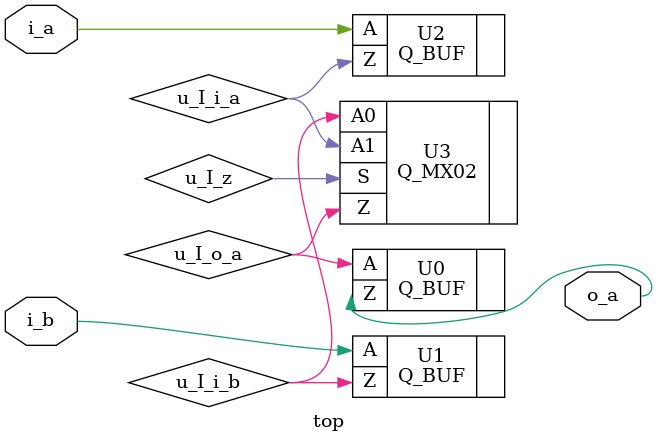
<source format=v>

module top ( i_a, i_b, o_a);
// pragma CVASTRPROP MODULE HDLICE HDL_MODULE_ATTRIBUTE "0 vlog atb"
input i_a;
input i_b;
output o_a;
wire u_I_i_a;
wire u_I_i_b;
wire u_I_o_a;
wire u_I_z;
Q_BUF U0 ( .A(u_I_o_a), .Z(o_a));
Q_BUF U1 ( .A(i_b), .Z(u_I_i_b));
Q_BUF U2 ( .A(i_a), .Z(u_I_i_a));
Q_MX02 U3 ( .S(u_I_z), .A0(u_I_i_b), .A1(u_I_i_a), .Z(u_I_o_a));
`ifdef Q_DISPLAY_BUFFER_USE
`ifdef CBV
`else
Q_DISPLAY_BUFFER Q_DISPLAY_BUFFER ();
`endif
`endif
`ifdef Q_HDL_ROOT_USE
Q_HDL_ROOT Q_HDL_ROOT ();
`endif
endmodule

</source>
